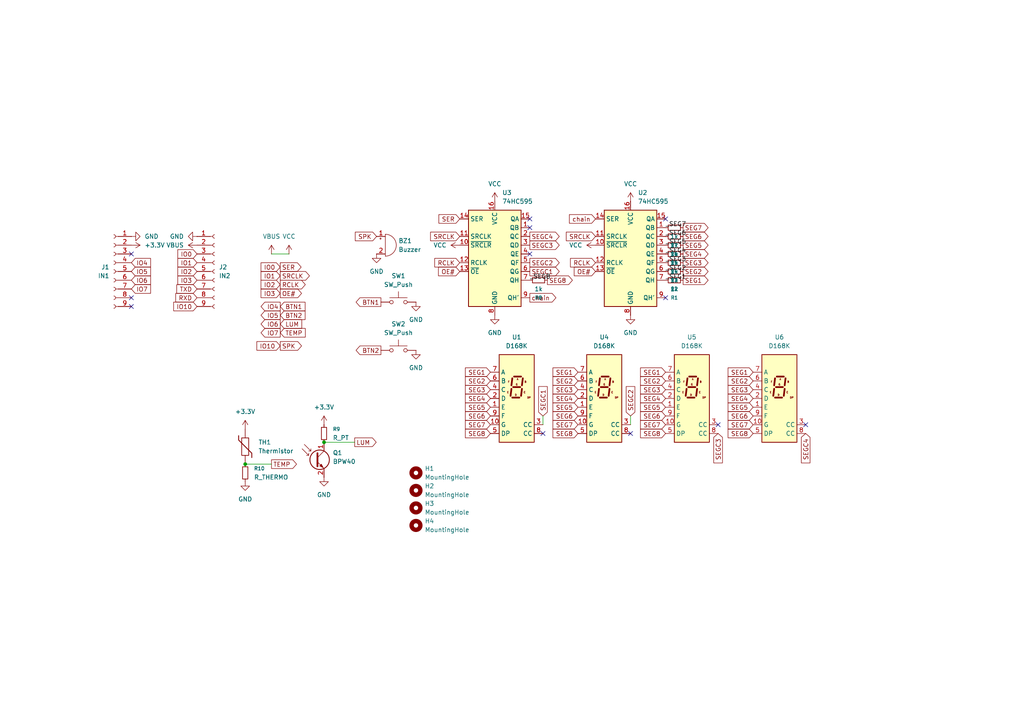
<source format=kicad_sch>
(kicad_sch (version 20250114) (generator "eeschema") (generator_version "9.0")
  (paper "A4")
  (lib_symbols
    (symbol "+3.3V_2" (power) (pin_numbers (hide yes)) (pin_names (offset 0) (hide yes))
      (property "Value" "+3.3V" (at 0 3.556 0))
      (symbol "+3.3V_2_0_1"
        (polyline (pts (xy -0.762 1.27) (xy 0 2.54)))
        (polyline (pts (xy 0 2.54) (xy 0.762 1.27)))
        (polyline (pts (xy 0 0) (xy 0 2.54)))
      )
      (symbol "+3.3V_2_1_1"
        (pin power_in line (at 0 0 90) (length 0) (name "~") (number "1"))
      )
    )
    (symbol "74xx:74HC595"
      (property "Reference" "U" (at -7.62 13.97 0))
      (property "Value" "74HC595" (at -7.62 -16.51 0))
      (symbol "74HC595_1_0"
        (pin input line (at -10.16 10.16 0) (length 2.54) (name "SER") (number "14"))
        (pin input line (at -10.16 5.08 0) (length 2.54) (name "SRCLK") (number "11"))
        (pin input line (at -10.16 2.54 0) (length 2.54) (name "~{SRCLR}") (number "10"))
        (pin input line (at -10.16 -2.54 0) (length 2.54) (name "RCLK") (number "12"))
        (pin input line (at -10.16 -5.08 0) (length 2.54) (name "~{OE}") (number "13"))
        (pin power_in line (at 0 15.24 270) (length 2.54) (name "VCC") (number "16"))
        (pin power_in line (at 0 -17.78 90) (length 2.54) (name "GND") (number "8"))
        (pin tri_state line (at 10.16 10.16 180) (length 2.54) (name "QA") (number "15"))
        (pin tri_state line (at 10.16 7.62 180) (length 2.54) (name "QB") (number "1"))
        (pin tri_state line (at 10.16 5.08 180) (length 2.54) (name "QC") (number "2"))
        (pin tri_state line (at 10.16 2.54 180) (length 2.54) (name "QD") (number "3"))
        (pin tri_state line (at 10.16 0 180) (length 2.54) (name "QE") (number "4"))
        (pin tri_state line (at 10.16 -2.54 180) (length 2.54) (name "QF") (number "5"))
        (pin tri_state line (at 10.16 -5.08 180) (length 2.54) (name "QG") (number "6"))
        (pin tri_state line (at 10.16 -7.62 180) (length 2.54) (name "QH") (number "7"))
        (pin output line (at 10.16 -12.7 180) (length 2.54) (name "QH'") (number "9"))
      )
      (symbol "74HC595_1_1"
        (rectangle (start -7.62 12.7) (end 7.62 -15.24) (stroke (width 0.254)) (fill (type background)))
      )
    )
    (symbol "Connector:Conn_01x09_Socket" (pin_names (offset 1.016) (hide yes))
      (property "Reference" "J" (at 0 12.7 0))
      (property "Value" "Conn_01x09_Socket" (at 0 -12.7 0))
      (symbol "Conn_01x09_Socket_1_1"
        (polyline (pts (xy -1.27 10.16) (xy -0.508 10.16)) (stroke (width 0.1524)))
        (polyline (pts (xy -1.27 7.62) (xy -0.508 7.62)) (stroke (width 0.1524)))
        (polyline (pts (xy -1.27 5.08) (xy -0.508 5.08)) (stroke (width 0.1524)))
        (polyline (pts (xy -1.27 2.54) (xy -0.508 2.54)) (stroke (width 0.1524)))
        (polyline (pts (xy -1.27 0) (xy -0.508 0)) (stroke (width 0.1524)))
        (polyline (pts (xy -1.27 -2.54) (xy -0.508 -2.54)) (stroke (width 0.1524)))
        (polyline (pts (xy -1.27 -5.08) (xy -0.508 -5.08)) (stroke (width 0.1524)))
        (polyline (pts (xy -1.27 -7.62) (xy -0.508 -7.62)) (stroke (width 0.1524)))
        (polyline (pts (xy -1.27 -10.16) (xy -0.508 -10.16)) (stroke (width 0.1524)))
        (arc (start 0 9.652) (mid -0.5058 10.16) (end 0 10.668) (stroke (width 0.1524)))
        (arc (start 0 7.112) (mid -0.5058 7.62) (end 0 8.128) (stroke (width 0.1524)))
        (arc (start 0 4.572) (mid -0.5058 5.08) (end 0 5.588) (stroke (width 0.1524)))
        (arc (start 0 2.032) (mid -0.5058 2.54) (end 0 3.048) (stroke (width 0.1524)))
        (arc (start 0 -0.508) (mid -0.5058 0) (end 0 0.508) (stroke (width 0.1524)))
        (arc (start 0 -3.048) (mid -0.5058 -2.54) (end 0 -2.032) (stroke (width 0.1524)))
        (arc (start 0 -5.588) (mid -0.5058 -5.08) (end 0 -4.572) (stroke (width 0.1524)))
        (arc (start 0 -8.128) (mid -0.5058 -7.62) (end 0 -7.112) (stroke (width 0.1524)))
        (arc (start 0 -10.668) (mid -0.5058 -10.16) (end 0 -9.652) (stroke (width 0.1524)))
        (pin passive line (at -5.08 10.16 0) (length 3.81) (name "Pin_1") (number "1"))
        (pin passive line (at -5.08 7.62 0) (length 3.81) (name "Pin_2") (number "2"))
        (pin passive line (at -5.08 5.08 0) (length 3.81) (name "Pin_3") (number "3"))
        (pin passive line (at -5.08 2.54 0) (length 3.81) (name "Pin_4") (number "4"))
        (pin passive line (at -5.08 0 0) (length 3.81) (name "Pin_5") (number "5"))
        (pin passive line (at -5.08 -2.54 0) (length 3.81) (name "Pin_6") (number "6"))
        (pin passive line (at -5.08 -5.08 0) (length 3.81) (name "Pin_7") (number "7"))
        (pin passive line (at -5.08 -7.62 0) (length 3.81) (name "Pin_8") (number "8"))
        (pin passive line (at -5.08 -10.16 0) (length 3.81) (name "Pin_9") (number "9"))
      )
    )
    (symbol "Device:Buzzer" (pin_names (offset 0.0254) (hide yes))
      (property "Reference" "BZ" (at 3.81 1.27 0))
      (property "Value" "Buzzer" (at 3.81 -1.27 0))
      (symbol "Buzzer_0_1"
        (polyline (pts (xy -1.651 1.905) (xy -1.143 1.905)))
        (polyline (pts (xy -1.397 2.159) (xy -1.397 1.651)))
        (arc (start 0 3.175) (mid 3.1612 0) (end 0 -3.175))
        (polyline (pts (xy 0 3.175) (xy 0 -3.175)))
      )
      (symbol "Buzzer_1_1"
        (pin passive line (at -2.54 2.54 0) (length 2.54) (name "+") (number "1"))
        (pin passive line (at -2.54 -2.54 0) (length 2.54) (name "-") (number "2"))
      )
    )
    (symbol "Device:R_Small" (pin_numbers (hide yes)) (pin_names (offset 0.254) (hide yes))
      (property "Reference" "R" (at 0 0 90))
      (property "Value" "R_Small" (at 1.778 0 90))
      (symbol "R_Small_0_1"
        (rectangle (start -0.762 1.778) (end 0.762 -1.778) (stroke (width 0.2032)))
      )
      (symbol "R_Small_1_1"
        (pin passive line (at 0 2.54 270) (length 0.762) (name "~") (number "1"))
        (pin passive line (at 0 -2.54 90) (length 0.762) (name "~") (number "2"))
      )
    )
    (symbol "Device:Thermistor" (pin_numbers (hide yes)) (pin_names (offset 0))
      (property "Reference" "TH" (at 2.54 1.27 90))
      (property "Value" "Thermistor" (at -2.54 0 90))
      (symbol "Thermistor_0_1"
        (polyline (pts (xy -1.905 3.175) (xy -1.905 1.905) (xy 1.905 -1.905) (xy 1.905 -3.175) (xy 1.905 -3.175)) (stroke (width 0.254)))
        (rectangle (start -1.016 2.54) (end 1.016 -2.54) (stroke (width 0.2032)))
      )
      (symbol "Thermistor_1_1"
        (pin passive line (at 0 5.08 270) (length 2.54) (name "~") (number "1"))
        (pin passive line (at 0 -5.08 90) (length 2.54) (name "~") (number "2"))
      )
    )
    (symbol "Display_Character:D168K"
      (property "Reference" "U" (at -2.54 13.97 0))
      (property "Value" "D168K" (at 1.27 13.97 0))
      (symbol "D168K_0_0"
        (text "E" (at -2.54 1.778 0) (effects (font (size 0.508 0.508))))
        (text "F" (at -2.286 4.826 0) (effects (font (size 0.508 0.508))))
        (text "D" (at -0.254 1.016 0) (effects (font (size 0.508 0.508))))
        (text "G" (at 0 4.064 0) (effects (font (size 0.508 0.508))))
        (text "A" (at 0.254 5.588 0) (effects (font (size 0.508 0.508))))
        (text "C" (at 2.286 1.778 0) (effects (font (size 0.508 0.508))))
        (text "B" (at 2.54 4.826 0) (effects (font (size 0.508 0.508))))
        (text "DP" (at 3.556 0.254 0) (effects (font (size 0.508 0.508))))
      )
      (symbol "D168K_0_1"
        (rectangle (start -5.08 12.7) (end 5.08 -12.7) (stroke (width 0.254)) (fill (type background)))
        (polyline (pts (xy -1.524 2.794) (xy -1.778 0.762)) (stroke (width 0.508)))
        (polyline (pts (xy -1.27 5.842) (xy -1.524 3.81)) (stroke (width 0.508)))
        (polyline (pts (xy -1.27 0.254) (xy 0.762 0.254)) (stroke (width 0.508)))
        (polyline (pts (xy -1.016 3.302) (xy 1.016 3.302)) (stroke (width 0.508)))
        (polyline (pts (xy -0.762 6.35) (xy 1.27 6.35)) (stroke (width 0.508)))
        (polyline (pts (xy 1.524 2.794) (xy 1.27 0.762)) (stroke (width 0.508)))
        (polyline (pts (xy 1.778 5.842) (xy 1.524 3.81)) (stroke (width 0.508)))
        (polyline (pts (xy 2.54 0.254) (xy 2.54 0.254)) (stroke (width 0.508)))
      )
      (symbol "D168K_1_1"
        (pin input line (at -7.62 7.62 0) (length 2.54) (name "A") (number "7"))
        (pin input line (at -7.62 5.08 0) (length 2.54) (name "B") (number "6"))
        (pin input line (at -7.62 2.54 0) (length 2.54) (name "C") (number "4"))
        (pin input line (at -7.62 0 0) (length 2.54) (name "D") (number "2"))
        (pin input line (at -7.62 -2.54 0) (length 2.54) (name "E") (number "1"))
        (pin input line (at -7.62 -5.08 0) (length 2.54) (name "F") (number "9"))
        (pin input line (at -7.62 -7.62 0) (length 2.54) (name "G") (number "10"))
        (pin input line (at -7.62 -10.16 0) (length 2.54) (name "DP") (number "5"))
        (pin input line (at 7.62 -7.62 180) (length 2.54) (name "CC") (number "3"))
        (pin input line (at 7.62 -10.16 180) (length 2.54) (name "CC") (number "8"))
      )
    )
    (symbol "Mechanical:MountingHole" (pin_names (offset 1.016)) (in_bom no)
      (property "Reference" "H" (at 0 5.08 0))
      (property "Value" "MountingHole" (at 0 3.175 0))
      (symbol "MountingHole_0_1"
        (circle (center 0 0) (radius 1.27) (stroke (width 1.27)))
      )
    )
    (symbol "Sensor_Optical:BPW40" (pin_names (offset 0) (hide yes))
      (property "Reference" "Q" (at 5.08 1.27 0))
      (property "Value" "BPW40" (at 5.08 -1.27 0))
      (symbol "BPW40_0_1"
        (polyline (pts (xy -3.81 3.175) (xy -1.905 1.27) (xy -1.905 1.905)))
        (polyline (pts (xy -3.175 4.445) (xy -1.27 2.54) (xy -1.27 3.175)))
        (polyline (pts (xy -1.905 1.27) (xy -2.54 1.27)))
        (polyline (pts (xy -1.27 2.54) (xy -1.905 2.54)))
        (polyline (pts (xy 0.635 1.905) (xy 0.635 -1.905) (xy 0.635 -1.905)) (stroke (width 0.508)))
        (polyline (pts (xy 0.635 0.635) (xy 2.54 2.54)))
        (polyline (pts (xy 0.635 -0.635) (xy 2.54 -2.54) (xy 2.54 -2.54)))
        (circle (center 1.27 0) (radius 2.8194) (stroke (width 0.254)))
        (polyline (pts (xy 1.27 -1.778) (xy 1.778 -1.27) (xy 2.286 -2.286) (xy 1.27 -1.778) (xy 1.27 -1.778)) (fill (type outline)))
      )
      (symbol "BPW40_1_1"
        (pin passive line (at 2.54 5.08 270) (length 2.54) (name "C") (number "1"))
        (pin passive line (at 2.54 -5.08 90) (length 2.54) (name "E") (number "2"))
      )
    )
    (symbol "Switch:SW_Push" (pin_numbers (hide yes)) (pin_names (offset 1.016) (hide yes))
      (property "Reference" "SW" (at 1.27 2.54 0))
      (property "Value" "SW_Push" (at 0 -1.524 0))
      (symbol "SW_Push_0_1"
        (circle (center -2.032 0) (radius 0.508))
        (polyline (pts (xy 0 1.27) (xy 0 3.048)))
        (circle (center 2.032 0) (radius 0.508))
        (polyline (pts (xy 2.54 1.27) (xy -2.54 1.27)))
        (pin passive line (at -5.08 0 0) (length 2.54) (name "1") (number "1"))
        (pin passive line (at 5.08 0 180) (length 2.54) (name "2") (number "2"))
      )
    )
    (symbol "power:GND" (power) (pin_numbers (hide yes)) (pin_names (offset 0) (hide yes))
      (property "Value" "GND" (at 0 -3.81 0))
      (symbol "GND_0_1"
        (polyline (pts (xy 0 0) (xy 0 -1.27) (xy 1.27 -1.27) (xy 0 -2.54) (xy -1.27 -1.27) (xy 0 -1.27)))
      )
      (symbol "GND_1_1"
        (pin power_in line (at 0 0 270) (length 0) (name "~") (number "1"))
      )
    )
    (symbol "power:VBUS" (power) (pin_numbers (hide yes)) (pin_names (offset 0) (hide yes))
      (property "Value" "VBUS" (at 0 3.556 0))
      (symbol "VBUS_0_1"
        (polyline (pts (xy -0.762 1.27) (xy 0 2.54)))
        (polyline (pts (xy 0 2.54) (xy 0.762 1.27)))
        (polyline (pts (xy 0 0) (xy 0 2.54)))
      )
      (symbol "VBUS_1_1"
        (pin power_in line (at 0 0 90) (length 0) (name "~") (number "1"))
      )
    )
    (symbol "power:VCC" (power) (pin_numbers (hide yes)) (pin_names (offset 0) (hide yes))
      (property "Value" "VCC" (at 0 3.556 0))
      (symbol "VCC_0_1"
        (polyline (pts (xy -0.762 1.27) (xy 0 2.54)))
        (polyline (pts (xy 0 2.54) (xy 0.762 1.27)))
        (polyline (pts (xy 0 0) (xy 0 2.54)))
      )
      (symbol "VCC_1_1"
        (pin power_in line (at 0 0 90) (length 0) (name "~") (number "1"))
      )
    )
  )
  (junction (at 71.12 134.62))
  (junction (at 93.98 128.27))
  (no_connect (at 153.67 73.66))
  (no_connect (at 153.67 63.5))
  (no_connect (at 193.04 63.5))
  (no_connect (at 208.28 123.19))
  (no_connect (at 182.88 125.73))
  (no_connect (at 153.67 66.04))
  (no_connect (at 38.1 86.36))
  (no_connect (at 157.48 125.73))
  (no_connect (at 38.1 73.66))
  (no_connect (at 38.1 88.9))
  (no_connect (at 233.68 123.19))
  (no_connect (at 193.04 86.36))
  (wire (pts (xy 157.48 120.65) (xy 157.48 123.19)))
  (wire (pts (xy 78.74 134.62) (xy 71.12 134.62)))
  (wire (pts (xy 78.74 73.66) (xy 83.82 73.66)))
  (wire (pts (xy 93.98 128.27) (xy 102.87 128.27)))
  (wire (pts (xy 182.88 120.65) (xy 182.88 123.19)))
  (label "_SEG1" (at 193.04 81.28 0))
  (label "_SEG5" (at 193.04 71.12 0))
  (label "_SEG3" (at 193.04 76.2 0))
  (label "_SEG7" (at 193.04 66.04 0))
  (label "_SEG8" (at 153.67 81.28 0))
  (label "_SEG4" (at 193.04 73.66 0))
  (label "_SEG6" (at 193.04 68.58 0))
  (label "_SEG2" (at 193.04 78.74 0))
  (global_label "IO10" (shape input) (at 57.15 88.9 180) (property "Intersheetrefs" "${INTERSHEET_REFS}" (effects (hide yes))))
  (global_label "SEG1" (shape input) (at 193.04 107.95 180) (property "Intersheetrefs" "${INTERSHEET_REFS}" (effects (hide yes))))
  (global_label "SEG5" (shape input) (at 142.24 118.11 180) (property "Intersheetrefs" "${INTERSHEET_REFS}" (effects (hide yes))))
  (global_label "SEG8" (shape input) (at 218.44 125.73 180) (property "Intersheetrefs" "${INTERSHEET_REFS}" (effects (hide yes))))
  (global_label "SEG5" (shape input) (at 193.04 118.11 180) (property "Intersheetrefs" "${INTERSHEET_REFS}" (effects (hide yes))))
  (global_label "SEG7" (shape input) (at 167.64 123.19 180) (property "Intersheetrefs" "${INTERSHEET_REFS}" (effects (hide yes))))
  (global_label "SEG4" (shape input) (at 167.64 115.57 180) (property "Intersheetrefs" "${INTERSHEET_REFS}" (effects (hide yes))))
  (global_label "TXD" (shape input) (at 57.15 83.82 180) (property "Intersheetrefs" "${INTERSHEET_REFS}" (effects (hide yes))))
  (global_label "IO1" (shape input) (at 81.28 80.01 180) (property "Intersheetrefs" "${INTERSHEET_REFS}" (effects (hide yes))))
  (global_label "SEG6" (shape input) (at 218.44 120.65 180) (property "Intersheetrefs" "${INTERSHEET_REFS}" (effects (hide yes))))
  (global_label "SEG2" (shape input) (at 167.64 110.49 180) (property "Intersheetrefs" "${INTERSHEET_REFS}" (effects (hide yes))))
  (global_label "SEG6" (shape input) (at 167.64 120.65 180) (property "Intersheetrefs" "${INTERSHEET_REFS}" (effects (hide yes))))
  (global_label "SEG1" (shape output) (at 198.12 81.28 0) (property "Intersheetrefs" "${INTERSHEET_REFS}" (effects (hide yes))))
  (global_label "SEG7" (shape output) (at 198.12 66.04 0) (property "Intersheetrefs" "${INTERSHEET_REFS}" (effects (hide yes))))
  (global_label "SEG3" (shape input) (at 193.04 113.03 180) (property "Intersheetrefs" "${INTERSHEET_REFS}" (effects (hide yes))))
  (global_label "SEG8" (shape output) (at 158.75 81.28 0) (property "Intersheetrefs" "${INTERSHEET_REFS}" (effects (hide yes))))
  (global_label "SEG7" (shape input) (at 193.04 123.19 180) (property "Intersheetrefs" "${INTERSHEET_REFS}" (effects (hide yes))))
  (global_label "SER" (shape input) (at 133.35 63.5 180) (property "Intersheetrefs" "${INTERSHEET_REFS}" (effects (hide yes))))
  (global_label "SEG5" (shape input) (at 167.64 118.11 180) (property "Intersheetrefs" "${INTERSHEET_REFS}" (effects (hide yes))))
  (global_label "LUM" (shape input) (at 81.28 93.98 0) (property "Intersheetrefs" "${INTERSHEET_REFS}" (effects (hide yes))))
  (global_label "SEG3" (shape input) (at 218.44 113.03 180) (property "Intersheetrefs" "${INTERSHEET_REFS}" (effects (hide yes))))
  (global_label "SEG2" (shape input) (at 193.04 110.49 180) (property "Intersheetrefs" "${INTERSHEET_REFS}" (effects (hide yes))))
  (global_label "OE#" (shape input) (at 133.35 78.74 180) (property "Intersheetrefs" "${INTERSHEET_REFS}" (effects (hide yes))))
  (global_label "SEGC1" (shape input) (at 157.48 120.65 90) (property "Intersheetrefs" "${INTERSHEET_REFS}" (effects (hide yes))))
  (global_label "SEGC4" (shape output) (at 153.67 68.58 0) (property "Intersheetrefs" "${INTERSHEET_REFS}" (effects (hide yes))))
  (global_label "SEG7" (shape input) (at 142.24 123.19 180) (property "Intersheetrefs" "${INTERSHEET_REFS}" (effects (hide yes))))
  (global_label "SEG1" (shape input) (at 218.44 107.95 180) (property "Intersheetrefs" "${INTERSHEET_REFS}" (effects (hide yes))))
  (global_label "OE#" (shape output) (at 81.28 85.09 0) (property "Intersheetrefs" "${INTERSHEET_REFS}" (effects (hide yes))))
  (global_label "SEG2" (shape output) (at 198.12 78.74 0) (property "Intersheetrefs" "${INTERSHEET_REFS}" (effects (hide yes))))
  (global_label "LUM" (shape output) (at 102.87 128.27 0) (property "Intersheetrefs" "${INTERSHEET_REFS}" (effects (hide yes))))
  (global_label "SRCLK" (shape input) (at 133.35 68.58 180) (property "Intersheetrefs" "${INTERSHEET_REFS}" (effects (hide yes))))
  (global_label "SEG4" (shape input) (at 142.24 115.57 180) (property "Intersheetrefs" "${INTERSHEET_REFS}" (effects (hide yes))))
  (global_label "IO3" (shape input) (at 81.28 85.09 180) (property "Intersheetrefs" "${INTERSHEET_REFS}" (effects (hide yes))))
  (global_label "chain" (shape input) (at 172.72 63.5 180) (property "Intersheetrefs" "${INTERSHEET_REFS}" (effects (hide yes))))
  (global_label "IO3" (shape input) (at 57.15 81.28 180) (property "Intersheetrefs" "${INTERSHEET_REFS}" (effects (hide yes))))
  (global_label "SEG6" (shape input) (at 142.24 120.65 180) (property "Intersheetrefs" "${INTERSHEET_REFS}" (effects (hide yes))))
  (global_label "BTN1" (shape input) (at 81.28 88.9 0) (property "Intersheetrefs" "${INTERSHEET_REFS}" (effects (hide yes))))
  (global_label "SEGC2" (shape input) (at 182.88 120.65 90) (property "Intersheetrefs" "${INTERSHEET_REFS}" (effects (hide yes))))
  (global_label "RCLK" (shape input) (at 172.72 76.2 180) (property "Intersheetrefs" "${INTERSHEET_REFS}" (effects (hide yes))))
  (global_label "SEGC1" (shape output) (at 153.67 78.74 0) (property "Intersheetrefs" "${INTERSHEET_REFS}" (effects (hide yes))))
  (global_label "SPK" (shape input) (at 109.22 68.58 180) (property "Intersheetrefs" "${INTERSHEET_REFS}" (effects (hide yes))))
  (global_label "SEG5" (shape output) (at 198.12 71.12 0) (property "Intersheetrefs" "${INTERSHEET_REFS}" (effects (hide yes))))
  (global_label "SEG4" (shape input) (at 218.44 115.57 180) (property "Intersheetrefs" "${INTERSHEET_REFS}" (effects (hide yes))))
  (global_label "SEG4" (shape input) (at 193.04 115.57 180) (property "Intersheetrefs" "${INTERSHEET_REFS}" (effects (hide yes))))
  (global_label "IO6" (shape input) (at 38.1 81.28 0) (property "Intersheetrefs" "${INTERSHEET_REFS}" (effects (hide yes))))
  (global_label "BTN2" (shape output) (at 110.49 101.6 180) (property "Intersheetrefs" "${INTERSHEET_REFS}" (effects (hide yes))))
  (global_label "SRCLK" (shape output) (at 81.28 80.01 0) (property "Intersheetrefs" "${INTERSHEET_REFS}" (effects (hide yes))))
  (global_label "SER" (shape output) (at 81.28 77.47 0) (property "Intersheetrefs" "${INTERSHEET_REFS}" (effects (hide yes))))
  (global_label "IO2" (shape input) (at 57.15 78.74 180) (property "Intersheetrefs" "${INTERSHEET_REFS}" (effects (hide yes))))
  (global_label "SEG3" (shape input) (at 142.24 113.03 180) (property "Intersheetrefs" "${INTERSHEET_REFS}" (effects (hide yes))))
  (global_label "RCLK" (shape output) (at 81.28 82.55 0) (property "Intersheetrefs" "${INTERSHEET_REFS}" (effects (hide yes))))
  (global_label "SEGC3" (shape input) (at 208.28 125.73 270) (property "Intersheetrefs" "${INTERSHEET_REFS}" (effects (hide yes))))
  (global_label "BTN2" (shape input) (at 81.28 91.44 0) (property "Intersheetrefs" "${INTERSHEET_REFS}" (effects (hide yes))))
  (global_label "IO4" (shape output) (at 81.28 88.9 180) (property "Intersheetrefs" "${INTERSHEET_REFS}" (effects (hide yes))))
  (global_label "SEG6" (shape output) (at 198.12 68.58 0) (property "Intersheetrefs" "${INTERSHEET_REFS}" (effects (hide yes))))
  (global_label "IO10" (shape input) (at 81.28 100.33 180) (property "Intersheetrefs" "${INTERSHEET_REFS}" (effects (hide yes))))
  (global_label "SPK" (shape output) (at 81.28 100.33 0) (property "Intersheetrefs" "${INTERSHEET_REFS}" (effects (hide yes))))
  (global_label "SEGC2" (shape output) (at 153.67 76.2 0) (property "Intersheetrefs" "${INTERSHEET_REFS}" (effects (hide yes))))
  (global_label "IO6" (shape output) (at 81.28 93.98 180) (property "Intersheetrefs" "${INTERSHEET_REFS}" (effects (hide yes))))
  (global_label "SEG3" (shape output) (at 198.12 76.2 0) (property "Intersheetrefs" "${INTERSHEET_REFS}" (effects (hide yes))))
  (global_label "OE#" (shape input) (at 172.72 78.74 180) (property "Intersheetrefs" "${INTERSHEET_REFS}" (effects (hide yes))))
  (global_label "SEG2" (shape input) (at 142.24 110.49 180) (property "Intersheetrefs" "${INTERSHEET_REFS}" (effects (hide yes))))
  (global_label "TEMP" (shape input) (at 81.28 96.52 0) (property "Intersheetrefs" "${INTERSHEET_REFS}" (effects (hide yes))))
  (global_label "chain" (shape output) (at 153.67 86.36 0) (property "Intersheetrefs" "${INTERSHEET_REFS}" (effects (hide yes))))
  (global_label "SEG2" (shape input) (at 218.44 110.49 180) (property "Intersheetrefs" "${INTERSHEET_REFS}" (effects (hide yes))))
  (global_label "IO5" (shape input) (at 38.1 78.74 0) (property "Intersheetrefs" "${INTERSHEET_REFS}" (effects (hide yes))))
  (global_label "SEG8" (shape input) (at 167.64 125.73 180) (property "Intersheetrefs" "${INTERSHEET_REFS}" (effects (hide yes))))
  (global_label "IO0" (shape input) (at 81.28 77.47 180) (property "Intersheetrefs" "${INTERSHEET_REFS}" (effects (hide yes))))
  (global_label "SEGC3" (shape output) (at 153.67 71.12 0) (property "Intersheetrefs" "${INTERSHEET_REFS}" (effects (hide yes))))
  (global_label "IO2" (shape input) (at 81.28 82.55 180) (property "Intersheetrefs" "${INTERSHEET_REFS}" (effects (hide yes))))
  (global_label "BTN1" (shape output) (at 110.49 87.63 180) (property "Intersheetrefs" "${INTERSHEET_REFS}" (effects (hide yes))))
  (global_label "IO0" (shape input) (at 57.15 73.66 180) (property "Intersheetrefs" "${INTERSHEET_REFS}" (effects (hide yes))))
  (global_label "SEG8" (shape input) (at 193.04 125.73 180) (property "Intersheetrefs" "${INTERSHEET_REFS}" (effects (hide yes))))
  (global_label "IO7" (shape output) (at 81.28 96.52 180) (property "Intersheetrefs" "${INTERSHEET_REFS}" (effects (hide yes))))
  (global_label "SEG7" (shape input) (at 218.44 123.19 180) (property "Intersheetrefs" "${INTERSHEET_REFS}" (effects (hide yes))))
  (global_label "SEG1" (shape input) (at 167.64 107.95 180) (property "Intersheetrefs" "${INTERSHEET_REFS}" (effects (hide yes))))
  (global_label "SEG4" (shape output) (at 198.12 73.66 0) (property "Intersheetrefs" "${INTERSHEET_REFS}" (effects (hide yes))))
  (global_label "IO7" (shape input) (at 38.1 83.82 0) (property "Intersheetrefs" "${INTERSHEET_REFS}" (effects (hide yes))))
  (global_label "IO5" (shape output) (at 81.28 91.44 180) (property "Intersheetrefs" "${INTERSHEET_REFS}" (effects (hide yes))))
  (global_label "SEG5" (shape input) (at 218.44 118.11 180) (property "Intersheetrefs" "${INTERSHEET_REFS}" (effects (hide yes))))
  (global_label "RCLK" (shape input) (at 133.35 76.2 180) (property "Intersheetrefs" "${INTERSHEET_REFS}" (effects (hide yes))))
  (global_label "IO4" (shape input) (at 38.1 76.2 0) (property "Intersheetrefs" "${INTERSHEET_REFS}" (effects (hide yes))))
  (global_label "IO1" (shape input) (at 57.15 76.2 180) (property "Intersheetrefs" "${INTERSHEET_REFS}" (effects (hide yes))))
  (global_label "SRCLK" (shape input) (at 172.72 68.58 180) (property "Intersheetrefs" "${INTERSHEET_REFS}" (effects (hide yes))))
  (global_label "TEMP" (shape output) (at 78.74 134.62 0) (property "Intersheetrefs" "${INTERSHEET_REFS}" (effects (hide yes))))
  (global_label "SEG1" (shape input) (at 142.24 107.95 180) (property "Intersheetrefs" "${INTERSHEET_REFS}" (effects (hide yes))))
  (global_label "SEG6" (shape input) (at 193.04 120.65 180) (property "Intersheetrefs" "${INTERSHEET_REFS}" (effects (hide yes))))
  (global_label "SEG8" (shape input) (at 142.24 125.73 180) (property "Intersheetrefs" "${INTERSHEET_REFS}" (effects (hide yes))))
  (global_label "SEG3" (shape input) (at 167.64 113.03 180) (property "Intersheetrefs" "${INTERSHEET_REFS}" (effects (hide yes))))
  (global_label "RXD" (shape input) (at 57.15 86.36 180) (property "Intersheetrefs" "${INTERSHEET_REFS}" (effects (hide yes))))
  (global_label "SEGC4" (shape input) (at 233.68 125.73 270) (property "Intersheetrefs" "${INTERSHEET_REFS}" (effects (hide yes))))
  (symbol (lib_id "Mechanical:MountingHole") (at 120.65 142.24 0) (unit 1) (in_bom no)
    (property "Reference" "H2" (at 123.19 140.9699 0) (effects (justify left)))
    (property "Value" "MountingHole" (at 123.19 143.5099 0) (effects (justify left)))
    (property "Footprint" "MountingHole:MountingHole_3.2mm_M3" (effects (hide yes)))
    (property "Description" "Mounting Hole without connection" (effects (hide yes)))
  )
  (symbol (lib_id "74xx:74HC595") (at 182.88 73.66 0) (unit 1)
    (property "Reference" "U2" (at 185.0233 55.88 0) (effects (justify left)))
    (property "Value" "74HC595" (at 185.0233 58.42 0) (effects (justify left)))
    (property "Footprint" "Package_SO:TSSOP-16_4.4x5mm_P0.65mm" (effects (hide yes)))
    (property "Datasheet" "http://www.ti.com/lit/ds/symlink/sn74hc595.pdf" (effects (hide yes)))
    (property "Description" "8-bit serial in/out Shift Register 3-State Outputs" (effects (hide yes)))
  )
  (symbol (lib_id "Device:R_Small") (at 71.12 137.16 180) (unit 1)
    (property "Reference" "R10" (at 73.66 135.8899 0) (effects (font (size 1.016 1.016)) (justify right)))
    (property "Value" "R_THERMO" (at 73.66 138.4299 0) (effects (justify right)))
    (property "Footprint" "Resistor_SMD:R_0603_1608Metric" (effects (hide yes)))
    (property "Description" "Resistor, small symbol" (effects (hide yes)))
  )
  (symbol (lib_id "Device:Thermistor") (at 71.12 129.54 0) (unit 1)
    (property "Reference" "TH1" (at 74.93 128.2699 0) (effects (justify left)))
    (property "Value" "Thermistor" (at 74.93 130.8099 0) (effects (justify left)))
    (property "Footprint" "Resistor_SMD:R_0603_1608Metric" (effects (hide yes)))
    (property "Description" "Temperature dependent resistor" (effects (hide yes)))
  )
  (symbol (lib_id "power:VBUS") (at 57.15 71.12 90) (mirror x) (unit 1)
    (property "Reference" "#PWR014" (effects (hide yes)))
    (property "Value" "VBUS" (at 53.34 71.1199 90) (effects (justify left)))
    (property "Description" "Power symbol creates a global label with name \"VBUS\"" (effects (hide yes)))
  )
  (symbol (lib_id "Connector:Conn_01x09_Socket") (at 62.23 78.74 0) (unit 1)
    (property "Reference" "J2" (at 63.5 77.4699 0) (effects (justify left)))
    (property "Value" "IN2" (at 63.5 80.0099 0) (effects (justify left)))
    (property "Footprint" "Connector_PinSocket_2.54mm:PinSocket_1x09_P2.54mm_Vertical" (effects (hide yes)))
    (property "Description" "Generic connector, single row, 01x09, script generated" (effects (hide yes)))
  )
  (symbol (lib_id "power:GND") (at 93.98 138.43 0) (unit 1)
    (property "Reference" "#PWR06" (effects (hide yes)))
    (property "Value" "GND" (at 93.98 143.51 0))
    (property "Description" "Power symbol creates a global label with name \"GND\" , ground" (effects (hide yes)))
  )
  (symbol (lib_id "power:GND") (at 38.1 68.58 90) (mirror x) (unit 1)
    (property "Reference" "#PWR015" (effects (hide yes)))
    (property "Value" "GND" (at 41.91 68.5799 90) (effects (justify right)))
  )
  (symbol (lib_id "Device:R_Small") (at 195.58 66.04 90) (mirror x) (unit 1)
    (property "Reference" "R7" (at 195.58 71.12 90) (effects (font (size 1.016 1.016))))
    (property "Value" "1k" (at 195.58 68.58 90))
    (property "Footprint" "Resistor_SMD:R_0603_1608Metric" (effects (hide yes)))
    (property "Description" "Resistor, small symbol" (effects (hide yes)))
  )
  (symbol (lib_id "Switch:SW_Push") (at 115.57 101.6 0) (unit 1)
    (property "Reference" "SW2" (at 115.57 93.98 0))
    (property "Value" "SW_Push" (at 115.57 96.52 0))
    (property "Footprint" "Library:alps-skrg" (effects (hide yes)))
    (property "Description" "Push button switch, generic, two pins" (effects (hide yes)))
  )
  (symbol (lib_id "power:GND") (at 120.65 101.6 0) (unit 1)
    (property "Reference" "#PWR012" (effects (hide yes)))
    (property "Value" "GND" (at 120.65 106.68 0))
    (property "Description" "Power symbol creates a global label with name \"GND\" , ground" (effects (hide yes)))
  )
  (symbol (lib_id "Mechanical:MountingHole") (at 120.65 137.16 0) (unit 1) (in_bom no)
    (property "Reference" "H1" (at 123.19 135.8899 0) (effects (justify left)))
    (property "Value" "MountingHole" (at 123.19 138.4299 0) (effects (justify left)))
    (property "Footprint" "MountingHole:MountingHole_3.2mm_M3" (effects (hide yes)))
    (property "Description" "Mounting Hole without connection" (effects (hide yes)))
  )
  (symbol (lib_id "Device:R_Small") (at 156.21 81.28 90) (mirror x) (unit 1)
    (property "Reference" "R8" (at 156.21 86.36 90) (effects (font (size 1.016 1.016))))
    (property "Value" "1k" (at 156.21 83.82 90))
    (property "Footprint" "Resistor_SMD:R_0603_1608Metric" (effects (hide yes)))
    (property "Description" "Resistor, small symbol" (effects (hide yes)))
  )
  (symbol (lib_id "Mechanical:MountingHole") (at 120.65 147.32 0) (unit 1) (in_bom no)
    (property "Reference" "H3" (at 123.19 146.0499 0) (effects (justify left)))
    (property "Value" "MountingHole" (at 123.19 148.5899 0) (effects (justify left)))
    (property "Footprint" "MountingHole:MountingHole_3.2mm_M3" (effects (hide yes)))
    (property "Description" "Mounting Hole without connection" (effects (hide yes)))
  )
  (symbol (lib_name "+3.3V_2") (lib_id "power:+3.3V") (at 71.12 124.46 0) (mirror y) (unit 1)
    (property "Reference" "#PWR019" (effects (hide yes)))
    (property "Value" "+3.3V" (at 71.12 119.38 0))
    (property "Description" "Power symbol creates a global label with name \"+3.3V\"" (effects (hide yes)))
  )
  (symbol (lib_id "power:VCC") (at 182.88 58.42 0) (unit 1)
    (property "Reference" "#PWR01" (effects (hide yes)))
    (property "Value" "VCC" (at 182.88 53.34 0))
    (property "Description" "Power symbol creates a global label with name \"VCC\"" (effects (hide yes)))
  )
  (symbol (lib_id "power:GND") (at 71.12 139.7 0) (unit 1)
    (property "Reference" "#PWR018" (effects (hide yes)))
    (property "Value" "GND" (at 71.12 144.78 0))
    (property "Description" "Power symbol creates a global label with name \"GND\" , ground" (effects (hide yes)))
  )
  (symbol (lib_id "Device:R_Small") (at 195.58 68.58 90) (mirror x) (unit 1)
    (property "Reference" "R6" (at 195.58 73.66 90) (effects (font (size 1.016 1.016))))
    (property "Value" "1k" (at 195.58 71.12 90))
    (property "Footprint" "Resistor_SMD:R_0603_1608Metric" (effects (hide yes)))
    (property "Description" "Resistor, small symbol" (effects (hide yes)))
  )
  (symbol (lib_id "power:GND") (at 109.22 73.66 0) (unit 1)
    (property "Reference" "#PWR08" (effects (hide yes)))
    (property "Value" "GND" (at 109.22 78.74 0))
    (property "Description" "Power symbol creates a global label with name \"GND\" , ground" (effects (hide yes)))
  )
  (symbol (lib_id "74xx:74HC595") (at 143.51 73.66 0) (unit 1)
    (property "Reference" "U3" (at 145.6533 55.88 0) (effects (justify left)))
    (property "Value" "74HC595" (at 145.6533 58.42 0) (effects (justify left)))
    (property "Footprint" "Package_SO:TSSOP-16_4.4x5mm_P0.65mm" (effects (hide yes)))
    (property "Datasheet" "http://www.ti.com/lit/ds/symlink/sn74hc595.pdf" (effects (hide yes)))
    (property "Description" "8-bit serial in/out Shift Register 3-State Outputs" (effects (hide yes)))
  )
  (symbol (lib_id "Mechanical:MountingHole") (at 120.65 152.4 0) (unit 1) (in_bom no)
    (property "Reference" "H4" (at 123.19 151.1299 0) (effects (justify left)))
    (property "Value" "MountingHole" (at 123.19 153.6699 0) (effects (justify left)))
    (property "Footprint" "MountingHole:MountingHole_3.2mm_M3" (effects (hide yes)))
    (property "Description" "Mounting Hole without connection" (effects (hide yes)))
  )
  (symbol (lib_id "Device:R_Small") (at 195.58 71.12 90) (mirror x) (unit 1)
    (property "Reference" "R5" (at 195.58 76.2 90) (effects (font (size 1.016 1.016))))
    (property "Value" "1k" (at 195.58 73.66 90))
    (property "Footprint" "Resistor_SMD:R_0603_1608Metric" (effects (hide yes)))
    (property "Description" "Resistor, small symbol" (effects (hide yes)))
  )
  (symbol (lib_id "Device:R_Small") (at 93.98 125.73 180) (unit 1)
    (property "Reference" "R9" (at 96.52 124.4599 0) (effects (font (size 1.016 1.016)) (justify right)))
    (property "Value" "R_PT" (at 96.52 126.9999 0) (effects (justify right)))
    (property "Footprint" "Resistor_SMD:R_0603_1608Metric" (effects (hide yes)))
    (property "Description" "Resistor, small symbol" (effects (hide yes)))
  )
  (symbol (lib_id "Device:R_Small") (at 195.58 73.66 90) (mirror x) (unit 1)
    (property "Reference" "R4" (at 195.58 78.74 90) (effects (font (size 1.016 1.016))))
    (property "Value" "1k" (at 195.58 76.2 90))
    (property "Footprint" "Resistor_SMD:R_0603_1608Metric" (effects (hide yes)))
    (property "Description" "Resistor, small symbol" (effects (hide yes)))
  )
  (symbol (lib_id "Device:Buzzer") (at 111.76 71.12 0) (unit 1)
    (property "Reference" "BZ1" (at 115.57 69.8499 0) (effects (justify left)))
    (property "Value" "Buzzer" (at 115.57 72.3899 0) (effects (justify left)))
    (property "Footprint" "Buzzer_Beeper:Buzzer_TDK_PS1240P02BT_D12.2mm_H6.5mm" (effects (hide yes)))
    (property "Description" "Buzzer, polarized" (effects (hide yes)))
  )
  (symbol (lib_name "+3.3V_2") (lib_id "power:+3.3V") (at 38.1 71.12 270) (mirror x) (unit 1)
    (property "Reference" "#PWR010" (effects (hide yes)))
    (property "Value" "+3.3V" (at 41.91 71.1199 90) (effects (justify left)))
    (property "Description" "Power symbol creates a global label with name \"+3.3V\"" (effects (hide yes)))
  )
  (symbol (lib_name "+3.3V_2") (lib_id "power:+3.3V") (at 93.98 123.19 0) (mirror y) (unit 1)
    (property "Reference" "#PWR017" (effects (hide yes)))
    (property "Value" "+3.3V" (at 93.98 118.11 0))
    (property "Description" "Power symbol creates a global label with name \"+3.3V\"" (effects (hide yes)))
  )
  (symbol (lib_id "power:VCC") (at 143.51 58.42 0) (unit 1)
    (property "Reference" "#PWR02" (effects (hide yes)))
    (property "Value" "VCC" (at 143.51 53.34 0))
    (property "Description" "Power symbol creates a global label with name \"VCC\"" (effects (hide yes)))
  )
  (symbol (lib_id "power:GND") (at 120.65 87.63 0) (unit 1)
    (property "Reference" "#PWR011" (effects (hide yes)))
    (property "Value" "GND" (at 120.65 92.71 0))
    (property "Description" "Power symbol creates a global label with name \"GND\" , ground" (effects (hide yes)))
  )
  (symbol (lib_id "Connector:Conn_01x09_Socket") (at 33.02 78.74 0) (mirror y) (unit 1)
    (property "Reference" "J1" (at 31.75 77.4699 0) (effects (justify left)))
    (property "Value" "IN1" (at 31.75 80.0099 0) (effects (justify left)))
    (property "Footprint" "Connector_PinSocket_2.54mm:PinSocket_1x09_P2.54mm_Vertical" (effects (hide yes)))
    (property "Description" "Generic connector, single row, 01x09, script generated" (effects (hide yes)))
  )
  (symbol (lib_id "Device:R_Small") (at 195.58 78.74 90) (mirror x) (unit 1)
    (property "Reference" "R2" (at 195.58 83.82 90) (effects (font (size 1.016 1.016))))
    (property "Value" "1k" (at 195.58 81.28 90))
    (property "Footprint" "Resistor_SMD:R_0603_1608Metric" (effects (hide yes)))
    (property "Description" "Resistor, small symbol" (effects (hide yes)))
  )
  (symbol (lib_id "power:GND") (at 57.15 68.58 270) (mirror x) (unit 1)
    (property "Reference" "#PWR013" (effects (hide yes)))
    (property "Value" "GND" (at 53.34 68.58 90) (effects (justify right)))
  )
  (symbol (lib_id "Device:R_Small") (at 195.58 76.2 90) (mirror x) (unit 1)
    (property "Reference" "R3" (at 195.58 81.28 90) (effects (font (size 1.016 1.016))))
    (property "Value" "1k" (at 195.58 78.74 90))
    (property "Footprint" "Resistor_SMD:R_0603_1608Metric" (effects (hide yes)))
    (property "Description" "Resistor, small symbol" (effects (hide yes)))
  )
  (symbol (lib_id "power:VCC") (at 172.72 71.12 90) (unit 1)
    (property "Reference" "#PWR023" (effects (hide yes)))
    (property "Value" "VCC" (at 168.91 71.1199 90) (effects (justify left)))
    (property "Description" "Power symbol creates a global label with name \"VCC\"" (effects (hide yes)))
  )
  (symbol (lib_id "power:VCC") (at 83.82 73.66 0) (unit 1)
    (property "Reference" "#PWR05" (effects (hide yes)))
    (property "Value" "VCC" (at 83.82 68.58 0))
    (property "Description" "Power symbol creates a global label with name \"VCC\"" (effects (hide yes)))
  )
  (symbol (lib_id "Display_Character:D168K") (at 175.26 115.57 0) (unit 1)
    (property "Reference" "U4" (at 175.26 97.79 0))
    (property "Value" "D168K" (at 175.26 100.33 0))
    (property "Footprint" "Display_7Segment:D1X8K" (effects (hide yes)))
    (property "Datasheet" "https://ia800903.us.archive.org/24/items/CTKD1x8K/Cromatek%20D168K.pdf" (effects (hide yes)))
    (property "Description" "One digit 7 segment ultra bright red LED, low current, common cathode" (effects (hide yes)))
  )
  (symbol (lib_id "Display_Character:D168K") (at 149.86 115.57 0) (unit 1)
    (property "Reference" "U1" (at 149.86 97.79 0))
    (property "Value" "D168K" (at 149.86 100.33 0))
    (property "Footprint" "Display_7Segment:D1X8K" (effects (hide yes)))
    (property "Datasheet" "https://ia800903.us.archive.org/24/items/CTKD1x8K/Cromatek%20D168K.pdf" (effects (hide yes)))
    (property "Description" "One digit 7 segment ultra bright red LED, low current, common cathode" (effects (hide yes)))
  )
  (symbol (lib_id "power:VBUS") (at 78.74 73.66 0) (mirror y) (unit 1)
    (property "Reference" "#PWR016" (effects (hide yes)))
    (property "Value" "VBUS" (at 78.74 68.58 0))
    (property "Description" "Power symbol creates a global label with name \"VBUS\"" (effects (hide yes)))
  )
  (symbol (lib_id "power:GND") (at 143.51 91.44 0) (unit 1)
    (property "Reference" "#PWR04" (effects (hide yes)))
    (property "Value" "GND" (at 143.51 96.52 0))
    (property "Description" "Power symbol creates a global label with name \"GND\" , ground" (effects (hide yes)))
  )
  (symbol (lib_id "Sensor_Optical:BPW40") (at 91.44 133.35 0) (unit 1)
    (property "Reference" "Q1" (at 96.52 131.3306 0) (effects (justify left)))
    (property "Value" "BPW40" (at 96.52 133.8706 0) (effects (justify left)))
    (property "Footprint" "LED_THT:LED_D5.0mm_Clear" (effects (hide yes)))
    (property "Datasheet" "https://www.rcscomponents.kiev.ua/datasheets/bpw40.pdf" (effects (hide yes)))
    (property "Description" "Phototransistor NPN" (effects (hide yes)))
  )
  (symbol (lib_id "power:VCC") (at 133.35 71.12 90) (unit 1)
    (property "Reference" "#PWR07" (effects (hide yes)))
    (property "Value" "VCC" (at 129.54 71.1199 90) (effects (justify left)))
    (property "Description" "Power symbol creates a global label with name \"VCC\"" (effects (hide yes)))
  )
  (symbol (lib_id "Switch:SW_Push") (at 115.57 87.63 0) (unit 1)
    (property "Reference" "SW1" (at 115.57 80.01 0))
    (property "Value" "SW_Push" (at 115.57 82.55 0))
    (property "Footprint" "Library:alps-skrg" (effects (hide yes)))
    (property "Description" "Push button switch, generic, two pins" (effects (hide yes)))
  )
  (symbol (lib_id "Display_Character:D168K") (at 200.66 115.57 0) (unit 1)
    (property "Reference" "U5" (at 200.66 97.79 0))
    (property "Value" "D168K" (at 200.66 100.33 0))
    (property "Footprint" "Display_7Segment:D1X8K" (effects (hide yes)))
    (property "Datasheet" "https://ia800903.us.archive.org/24/items/CTKD1x8K/Cromatek%20D168K.pdf" (effects (hide yes)))
    (property "Description" "One digit 7 segment ultra bright red LED, low current, common cathode" (effects (hide yes)))
  )
  (symbol (lib_id "Device:R_Small") (at 195.58 81.28 90) (mirror x) (unit 1)
    (property "Reference" "R1" (at 195.58 86.36 90) (effects (font (size 1.016 1.016))))
    (property "Value" "1k" (at 195.58 83.82 90))
    (property "Footprint" "Resistor_SMD:R_0603_1608Metric" (effects (hide yes)))
    (property "Description" "Resistor, small symbol" (effects (hide yes)))
  )
  (symbol (lib_id "power:GND") (at 182.88 91.44 0) (unit 1)
    (property "Reference" "#PWR03" (effects (hide yes)))
    (property "Value" "GND" (at 182.88 96.52 0))
    (property "Description" "Power symbol creates a global label with name \"GND\" , ground" (effects (hide yes)))
  )
  (symbol (lib_id "Display_Character:D168K") (at 226.06 115.57 0) (unit 1)
    (property "Reference" "U6" (at 226.06 97.79 0))
    (property "Value" "D168K" (at 226.06 100.33 0))
    (property "Footprint" "Display_7Segment:D1X8K" (effects (hide yes)))
    (property "Datasheet" "https://ia800903.us.archive.org/24/items/CTKD1x8K/Cromatek%20D168K.pdf" (effects (hide yes)))
    (property "Description" "One digit 7 segment ultra bright red LED, low current, common cathode" (effects (hide yes)))
  )
)
</source>
